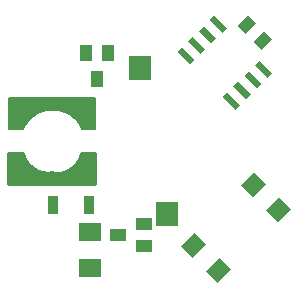
<source format=gtp>
G75*
%MOIN*%
%OFA0B0*%
%FSLAX25Y25*%
%IPPOS*%
%LPD*%
%AMOC8*
5,1,8,0,0,1.08239X$1,22.5*
%
%ADD10R,0.05000X0.05000*%
%ADD11C,0.01200*%
%ADD12C,0.00160*%
%ADD13C,0.00500*%
%ADD14R,0.07480X0.07874*%
%ADD15R,0.03937X0.05512*%
%ADD16R,0.06299X0.05512*%
%ADD17R,0.05512X0.03937*%
%ADD18R,0.03543X0.06299*%
%ADD19R,0.03543X0.05118*%
%ADD20R,0.02165X0.05906*%
%ADD21R,0.07480X0.06299*%
D10*
X0086061Y0071189D03*
X0086061Y0094811D03*
D11*
X0084093Y0078866D02*
X0088620Y0078866D01*
X0088620Y0068630D01*
X0059880Y0068630D01*
X0059880Y0078866D01*
X0064407Y0078866D01*
X0064770Y0077609D01*
X0065324Y0076424D01*
X0066058Y0075340D01*
X0066951Y0074384D01*
X0067983Y0073580D01*
X0069129Y0072947D01*
X0070359Y0072501D01*
X0071644Y0072253D01*
X0072951Y0072209D01*
X0074250Y0072370D01*
X0075556Y0072162D01*
X0076879Y0072170D01*
X0078182Y0072396D01*
X0079431Y0072832D01*
X0080591Y0073467D01*
X0081631Y0074284D01*
X0082523Y0075261D01*
X0083243Y0076371D01*
X0083771Y0077583D01*
X0084093Y0078866D01*
X0083934Y0078234D02*
X0088620Y0078234D01*
X0088620Y0077036D02*
X0083532Y0077036D01*
X0082897Y0075837D02*
X0088620Y0075837D01*
X0088620Y0074639D02*
X0081955Y0074639D01*
X0080541Y0073440D02*
X0088620Y0073440D01*
X0088620Y0072242D02*
X0077292Y0072242D01*
X0075053Y0072242D02*
X0073218Y0072242D01*
X0071968Y0072242D02*
X0059880Y0072242D01*
X0059880Y0073440D02*
X0068235Y0073440D01*
X0066713Y0074639D02*
X0059880Y0074639D01*
X0059880Y0075837D02*
X0065721Y0075837D01*
X0065038Y0077036D02*
X0059880Y0077036D01*
X0059880Y0078234D02*
X0064589Y0078234D01*
X0059880Y0071043D02*
X0088620Y0071043D01*
X0088620Y0069845D02*
X0059880Y0069845D01*
X0059880Y0068646D02*
X0088620Y0068646D01*
D12*
X0085354Y0087643D02*
X0084027Y0087085D01*
X0083922Y0087323D01*
X0083810Y0087558D01*
X0083694Y0087790D01*
X0083571Y0088019D01*
X0083443Y0088245D01*
X0083309Y0088468D01*
X0083170Y0088688D01*
X0083026Y0088904D01*
X0082876Y0089117D01*
X0082722Y0089326D01*
X0082562Y0089531D01*
X0082397Y0089732D01*
X0082228Y0089929D01*
X0082054Y0090122D01*
X0081875Y0090310D01*
X0081691Y0090494D01*
X0081503Y0090674D01*
X0081311Y0090849D01*
X0081114Y0091019D01*
X0080914Y0091184D01*
X0080709Y0091345D01*
X0080501Y0091500D01*
X0080289Y0091650D01*
X0080073Y0091796D01*
X0079854Y0091935D01*
X0079632Y0092070D01*
X0079406Y0092198D01*
X0079177Y0092322D01*
X0078945Y0092440D01*
X0078711Y0092552D01*
X0078474Y0092658D01*
X0078234Y0092758D01*
X0077992Y0092853D01*
X0077747Y0092942D01*
X0077501Y0093024D01*
X0077253Y0093101D01*
X0077002Y0093171D01*
X0076751Y0093236D01*
X0076497Y0093294D01*
X0076243Y0093346D01*
X0075987Y0093392D01*
X0075730Y0093432D01*
X0075472Y0093465D01*
X0075213Y0093492D01*
X0074954Y0093513D01*
X0074695Y0093527D01*
X0074435Y0093535D01*
X0074175Y0093537D01*
X0073915Y0093532D01*
X0073656Y0093521D01*
X0073396Y0093504D01*
X0073137Y0093480D01*
X0072879Y0093450D01*
X0072622Y0093414D01*
X0072365Y0093372D01*
X0072110Y0093323D01*
X0071856Y0093268D01*
X0071603Y0093207D01*
X0071352Y0093140D01*
X0071103Y0093066D01*
X0070855Y0092987D01*
X0070610Y0092901D01*
X0070367Y0092810D01*
X0070125Y0092713D01*
X0069887Y0092610D01*
X0069651Y0092501D01*
X0069418Y0092386D01*
X0069187Y0092266D01*
X0068960Y0092140D01*
X0068736Y0092008D01*
X0068515Y0091872D01*
X0068297Y0091729D01*
X0068083Y0091582D01*
X0067873Y0091429D01*
X0067666Y0091272D01*
X0067463Y0091109D01*
X0067265Y0090941D01*
X0067070Y0090769D01*
X0066880Y0090592D01*
X0066694Y0090410D01*
X0066512Y0090224D01*
X0066336Y0090033D01*
X0066163Y0089839D01*
X0065996Y0089640D01*
X0065834Y0089437D01*
X0065676Y0089230D01*
X0065524Y0089019D01*
X0065377Y0088805D01*
X0065235Y0088587D01*
X0065099Y0088366D01*
X0064967Y0088142D01*
X0064842Y0087914D01*
X0064722Y0087683D01*
X0064608Y0087450D01*
X0064499Y0087214D01*
X0064396Y0086975D01*
X0063063Y0087518D01*
X0063179Y0087790D01*
X0063302Y0088058D01*
X0063432Y0088323D01*
X0063568Y0088585D01*
X0063710Y0088844D01*
X0063859Y0089099D01*
X0064014Y0089351D01*
X0064175Y0089598D01*
X0064342Y0089842D01*
X0064515Y0090081D01*
X0064693Y0090316D01*
X0064878Y0090547D01*
X0065068Y0090773D01*
X0065263Y0090994D01*
X0065464Y0091211D01*
X0065670Y0091422D01*
X0065881Y0091629D01*
X0066097Y0091830D01*
X0066318Y0092026D01*
X0066543Y0092217D01*
X0066773Y0092402D01*
X0067008Y0092581D01*
X0067247Y0092754D01*
X0067490Y0092922D01*
X0067737Y0093084D01*
X0067988Y0093239D01*
X0068243Y0093389D01*
X0068501Y0093532D01*
X0068763Y0093669D01*
X0069028Y0093799D01*
X0069296Y0093923D01*
X0069567Y0094040D01*
X0069841Y0094151D01*
X0070117Y0094255D01*
X0070396Y0094352D01*
X0070677Y0094442D01*
X0070960Y0094525D01*
X0071245Y0094602D01*
X0071532Y0094671D01*
X0071821Y0094734D01*
X0072111Y0094789D01*
X0072402Y0094837D01*
X0072695Y0094879D01*
X0072988Y0094913D01*
X0073282Y0094939D01*
X0073577Y0094959D01*
X0073872Y0094972D01*
X0074167Y0094977D01*
X0074462Y0094975D01*
X0074757Y0094966D01*
X0075052Y0094949D01*
X0075347Y0094926D01*
X0075640Y0094895D01*
X0075933Y0094857D01*
X0076225Y0094812D01*
X0076516Y0094760D01*
X0076805Y0094701D01*
X0077093Y0094635D01*
X0077379Y0094561D01*
X0077663Y0094481D01*
X0077945Y0094394D01*
X0078225Y0094300D01*
X0078502Y0094199D01*
X0078777Y0094092D01*
X0079050Y0093978D01*
X0079319Y0093857D01*
X0079586Y0093729D01*
X0079849Y0093596D01*
X0080109Y0093455D01*
X0080365Y0093309D01*
X0080618Y0093156D01*
X0080867Y0092997D01*
X0081112Y0092832D01*
X0081352Y0092662D01*
X0081589Y0092485D01*
X0081821Y0092303D01*
X0082049Y0092115D01*
X0082272Y0091921D01*
X0082490Y0091722D01*
X0082704Y0091518D01*
X0082912Y0091309D01*
X0083115Y0091095D01*
X0083313Y0090875D01*
X0083505Y0090651D01*
X0083692Y0090423D01*
X0083874Y0090190D01*
X0084049Y0089952D01*
X0084219Y0089711D01*
X0084383Y0089465D01*
X0084540Y0089215D01*
X0084692Y0088962D01*
X0084837Y0088705D01*
X0084976Y0088444D01*
X0085109Y0088181D01*
X0085235Y0087914D01*
X0085355Y0087644D01*
X0085215Y0087585D01*
X0085097Y0087852D01*
X0084973Y0088115D01*
X0084842Y0088376D01*
X0084704Y0088633D01*
X0084561Y0088887D01*
X0084411Y0089137D01*
X0084256Y0089384D01*
X0084094Y0089626D01*
X0083926Y0089865D01*
X0083753Y0090099D01*
X0083574Y0090329D01*
X0083389Y0090555D01*
X0083199Y0090776D01*
X0083004Y0090993D01*
X0082803Y0091204D01*
X0082598Y0091411D01*
X0082387Y0091612D01*
X0082171Y0091809D01*
X0081951Y0092000D01*
X0081726Y0092185D01*
X0081497Y0092365D01*
X0081263Y0092540D01*
X0081025Y0092708D01*
X0080783Y0092871D01*
X0080538Y0093028D01*
X0080288Y0093179D01*
X0080035Y0093324D01*
X0079778Y0093462D01*
X0079518Y0093594D01*
X0079255Y0093720D01*
X0078989Y0093839D01*
X0078720Y0093952D01*
X0078449Y0094058D01*
X0078175Y0094158D01*
X0077898Y0094250D01*
X0077620Y0094336D01*
X0077339Y0094416D01*
X0077057Y0094488D01*
X0076773Y0094553D01*
X0076487Y0094612D01*
X0076200Y0094663D01*
X0075912Y0094708D01*
X0075623Y0094745D01*
X0075333Y0094775D01*
X0075042Y0094799D01*
X0074751Y0094815D01*
X0074459Y0094824D01*
X0074168Y0094826D01*
X0073876Y0094821D01*
X0073585Y0094808D01*
X0073294Y0094789D01*
X0073004Y0094762D01*
X0072714Y0094729D01*
X0072425Y0094688D01*
X0072138Y0094640D01*
X0071851Y0094586D01*
X0071566Y0094524D01*
X0071283Y0094456D01*
X0071001Y0094380D01*
X0070722Y0094298D01*
X0070444Y0094209D01*
X0070169Y0094113D01*
X0069896Y0094010D01*
X0069625Y0093901D01*
X0069358Y0093785D01*
X0069093Y0093663D01*
X0068832Y0093534D01*
X0068573Y0093399D01*
X0068318Y0093258D01*
X0068067Y0093110D01*
X0067819Y0092957D01*
X0067575Y0092797D01*
X0067335Y0092632D01*
X0067099Y0092460D01*
X0066867Y0092283D01*
X0066640Y0092101D01*
X0066417Y0091912D01*
X0066199Y0091719D01*
X0065986Y0091520D01*
X0065777Y0091316D01*
X0065574Y0091107D01*
X0065376Y0090894D01*
X0065183Y0090675D01*
X0064995Y0090452D01*
X0064813Y0090224D01*
X0064637Y0089992D01*
X0064466Y0089755D01*
X0064301Y0089515D01*
X0064142Y0089271D01*
X0063989Y0089022D01*
X0063842Y0088770D01*
X0063702Y0088515D01*
X0063567Y0088256D01*
X0063439Y0087994D01*
X0063318Y0087729D01*
X0063202Y0087461D01*
X0063342Y0087404D01*
X0063456Y0087669D01*
X0063576Y0087931D01*
X0063702Y0088189D01*
X0063835Y0088445D01*
X0063974Y0088697D01*
X0064119Y0088945D01*
X0064270Y0089190D01*
X0064427Y0089432D01*
X0064590Y0089669D01*
X0064758Y0089903D01*
X0064933Y0090132D01*
X0065112Y0090357D01*
X0065298Y0090577D01*
X0065488Y0090793D01*
X0065684Y0091004D01*
X0065885Y0091210D01*
X0066090Y0091411D01*
X0066301Y0091608D01*
X0066516Y0091799D01*
X0066736Y0091984D01*
X0066961Y0092165D01*
X0067189Y0092339D01*
X0067422Y0092509D01*
X0067659Y0092672D01*
X0067900Y0092830D01*
X0068145Y0092981D01*
X0068393Y0093127D01*
X0068645Y0093266D01*
X0068900Y0093400D01*
X0069158Y0093527D01*
X0069420Y0093647D01*
X0069684Y0093762D01*
X0069951Y0093869D01*
X0070220Y0093971D01*
X0070492Y0094065D01*
X0070766Y0094153D01*
X0071042Y0094235D01*
X0071321Y0094309D01*
X0071600Y0094377D01*
X0071882Y0094438D01*
X0072164Y0094492D01*
X0072448Y0094539D01*
X0072733Y0094579D01*
X0073019Y0094612D01*
X0073306Y0094638D01*
X0073593Y0094658D01*
X0073881Y0094670D01*
X0074169Y0094675D01*
X0074457Y0094673D01*
X0074744Y0094664D01*
X0075032Y0094648D01*
X0075319Y0094625D01*
X0075605Y0094595D01*
X0075890Y0094558D01*
X0076175Y0094514D01*
X0076458Y0094464D01*
X0076740Y0094406D01*
X0077021Y0094341D01*
X0077300Y0094270D01*
X0077577Y0094192D01*
X0077852Y0094107D01*
X0078125Y0094015D01*
X0078395Y0093917D01*
X0078663Y0093812D01*
X0078929Y0093701D01*
X0079192Y0093583D01*
X0079451Y0093459D01*
X0079708Y0093328D01*
X0079961Y0093192D01*
X0080211Y0093049D01*
X0080458Y0092900D01*
X0080700Y0092745D01*
X0080939Y0092585D01*
X0081174Y0092418D01*
X0081405Y0092246D01*
X0081631Y0092068D01*
X0081853Y0091885D01*
X0082071Y0091696D01*
X0082283Y0091502D01*
X0082491Y0091303D01*
X0082694Y0091099D01*
X0082893Y0090891D01*
X0083085Y0090677D01*
X0083273Y0090459D01*
X0083455Y0090236D01*
X0083632Y0090009D01*
X0083803Y0089777D01*
X0083969Y0089542D01*
X0084128Y0089302D01*
X0084282Y0089059D01*
X0084430Y0088812D01*
X0084572Y0088561D01*
X0084707Y0088307D01*
X0084837Y0088050D01*
X0084960Y0087790D01*
X0085076Y0087527D01*
X0084937Y0087468D01*
X0084822Y0087728D01*
X0084700Y0087985D01*
X0084573Y0088239D01*
X0084439Y0088489D01*
X0084299Y0088737D01*
X0084153Y0088980D01*
X0084001Y0089221D01*
X0083844Y0089457D01*
X0083680Y0089690D01*
X0083511Y0089918D01*
X0083337Y0090142D01*
X0083157Y0090362D01*
X0082972Y0090578D01*
X0082781Y0090789D01*
X0082586Y0090995D01*
X0082385Y0091196D01*
X0082180Y0091392D01*
X0081970Y0091584D01*
X0081755Y0091770D01*
X0081536Y0091951D01*
X0081312Y0092126D01*
X0081085Y0092296D01*
X0080853Y0092461D01*
X0080617Y0092619D01*
X0080377Y0092772D01*
X0080134Y0092919D01*
X0079888Y0093060D01*
X0079637Y0093195D01*
X0079384Y0093324D01*
X0079128Y0093446D01*
X0078868Y0093562D01*
X0078606Y0093672D01*
X0078342Y0093776D01*
X0078075Y0093873D01*
X0077805Y0093963D01*
X0077534Y0094047D01*
X0077260Y0094124D01*
X0076985Y0094195D01*
X0076708Y0094258D01*
X0076430Y0094315D01*
X0076150Y0094365D01*
X0075869Y0094409D01*
X0075587Y0094445D01*
X0075305Y0094475D01*
X0075021Y0094497D01*
X0074738Y0094513D01*
X0074454Y0094522D01*
X0074170Y0094524D01*
X0073885Y0094519D01*
X0073602Y0094507D01*
X0073318Y0094488D01*
X0073035Y0094462D01*
X0072753Y0094429D01*
X0072471Y0094390D01*
X0072191Y0094343D01*
X0071912Y0094290D01*
X0071634Y0094230D01*
X0071358Y0094163D01*
X0071084Y0094089D01*
X0070811Y0094009D01*
X0070540Y0093922D01*
X0070272Y0093829D01*
X0070006Y0093729D01*
X0069743Y0093622D01*
X0069482Y0093510D01*
X0069224Y0093391D01*
X0068969Y0093265D01*
X0068717Y0093134D01*
X0068468Y0092996D01*
X0068223Y0092852D01*
X0067982Y0092702D01*
X0067744Y0092547D01*
X0067510Y0092386D01*
X0067280Y0092219D01*
X0067054Y0092046D01*
X0066833Y0091868D01*
X0066616Y0091685D01*
X0066403Y0091496D01*
X0066195Y0091303D01*
X0065992Y0091104D01*
X0065794Y0090900D01*
X0065600Y0090692D01*
X0065412Y0090479D01*
X0065230Y0090261D01*
X0065052Y0090040D01*
X0064880Y0089813D01*
X0064714Y0089583D01*
X0064553Y0089349D01*
X0064398Y0089110D01*
X0064249Y0088869D01*
X0064106Y0088623D01*
X0063969Y0088374D01*
X0063838Y0088122D01*
X0063713Y0087867D01*
X0063594Y0087609D01*
X0063482Y0087347D01*
X0063622Y0087290D01*
X0063733Y0087548D01*
X0063850Y0087803D01*
X0063973Y0088055D01*
X0064102Y0088304D01*
X0064238Y0088549D01*
X0064379Y0088792D01*
X0064526Y0089030D01*
X0064679Y0089265D01*
X0064838Y0089497D01*
X0065002Y0089724D01*
X0065172Y0089947D01*
X0065347Y0090166D01*
X0065527Y0090381D01*
X0065713Y0090591D01*
X0065904Y0090797D01*
X0066099Y0090998D01*
X0066300Y0091194D01*
X0066505Y0091385D01*
X0066715Y0091571D01*
X0066929Y0091752D01*
X0067148Y0091928D01*
X0067371Y0092098D01*
X0067598Y0092263D01*
X0067829Y0092422D01*
X0068063Y0092575D01*
X0068302Y0092723D01*
X0068544Y0092865D01*
X0068789Y0093001D01*
X0069038Y0093131D01*
X0069289Y0093254D01*
X0069544Y0093372D01*
X0069801Y0093483D01*
X0070061Y0093588D01*
X0070324Y0093687D01*
X0070589Y0093779D01*
X0070856Y0093865D01*
X0071125Y0093944D01*
X0071396Y0094017D01*
X0071668Y0094083D01*
X0071942Y0094142D01*
X0072218Y0094195D01*
X0072494Y0094240D01*
X0072772Y0094280D01*
X0073051Y0094312D01*
X0073330Y0094337D01*
X0073610Y0094356D01*
X0073890Y0094368D01*
X0074170Y0094373D01*
X0074451Y0094371D01*
X0074731Y0094362D01*
X0075011Y0094347D01*
X0075291Y0094324D01*
X0075570Y0094295D01*
X0075848Y0094259D01*
X0076125Y0094217D01*
X0076401Y0094167D01*
X0076676Y0094111D01*
X0076949Y0094048D01*
X0077221Y0093978D01*
X0077491Y0093902D01*
X0077759Y0093819D01*
X0078025Y0093730D01*
X0078288Y0093635D01*
X0078549Y0093532D01*
X0078808Y0093424D01*
X0079064Y0093309D01*
X0079317Y0093188D01*
X0079567Y0093061D01*
X0079814Y0092928D01*
X0080057Y0092789D01*
X0080297Y0092644D01*
X0080534Y0092493D01*
X0080767Y0092337D01*
X0080995Y0092174D01*
X0081220Y0092007D01*
X0081441Y0091834D01*
X0081657Y0091655D01*
X0081869Y0091471D01*
X0082076Y0091283D01*
X0082279Y0091089D01*
X0082477Y0090890D01*
X0082670Y0090687D01*
X0082858Y0090478D01*
X0083041Y0090266D01*
X0083218Y0090049D01*
X0083391Y0089827D01*
X0083557Y0089602D01*
X0083719Y0089372D01*
X0083874Y0089139D01*
X0084024Y0088902D01*
X0084168Y0088661D01*
X0084306Y0088417D01*
X0084438Y0088170D01*
X0084564Y0087919D01*
X0084684Y0087666D01*
X0084798Y0087409D01*
X0084659Y0087351D01*
X0084546Y0087604D01*
X0084428Y0087854D01*
X0084304Y0088101D01*
X0084173Y0088345D01*
X0084037Y0088586D01*
X0083895Y0088824D01*
X0083747Y0089058D01*
X0083593Y0089288D01*
X0083434Y0089514D01*
X0083270Y0089737D01*
X0083100Y0089955D01*
X0082924Y0090169D01*
X0082744Y0090379D01*
X0082559Y0090585D01*
X0082368Y0090785D01*
X0082173Y0090981D01*
X0081973Y0091173D01*
X0081768Y0091359D01*
X0081559Y0091540D01*
X0081346Y0091716D01*
X0081128Y0091887D01*
X0080906Y0092053D01*
X0080680Y0092213D01*
X0080451Y0092367D01*
X0080217Y0092516D01*
X0079980Y0092659D01*
X0079740Y0092796D01*
X0079497Y0092928D01*
X0079250Y0093053D01*
X0079000Y0093172D01*
X0078748Y0093286D01*
X0078492Y0093393D01*
X0078235Y0093493D01*
X0077975Y0093588D01*
X0077712Y0093676D01*
X0077448Y0093757D01*
X0077181Y0093833D01*
X0076913Y0093901D01*
X0076644Y0093963D01*
X0076372Y0094019D01*
X0076100Y0094068D01*
X0075827Y0094110D01*
X0075552Y0094145D01*
X0075277Y0094174D01*
X0075001Y0094196D01*
X0074725Y0094211D01*
X0074448Y0094220D01*
X0074171Y0094222D01*
X0073895Y0094217D01*
X0073618Y0094205D01*
X0073342Y0094187D01*
X0073066Y0094162D01*
X0072791Y0094130D01*
X0072517Y0094091D01*
X0072244Y0094046D01*
X0071973Y0093994D01*
X0071702Y0093936D01*
X0071433Y0093870D01*
X0071166Y0093799D01*
X0070900Y0093721D01*
X0070637Y0093636D01*
X0070375Y0093545D01*
X0070116Y0093448D01*
X0069860Y0093344D01*
X0069606Y0093234D01*
X0069355Y0093118D01*
X0069106Y0092996D01*
X0068861Y0092868D01*
X0068619Y0092734D01*
X0068380Y0092594D01*
X0068145Y0092448D01*
X0067913Y0092297D01*
X0067685Y0092140D01*
X0067461Y0091977D01*
X0067241Y0091809D01*
X0067026Y0091636D01*
X0066814Y0091457D01*
X0066607Y0091274D01*
X0066405Y0091085D01*
X0066207Y0090892D01*
X0066014Y0090693D01*
X0065825Y0090491D01*
X0065642Y0090283D01*
X0065464Y0090071D01*
X0065291Y0089855D01*
X0065124Y0089635D01*
X0064962Y0089410D01*
X0064805Y0089182D01*
X0064654Y0088950D01*
X0064509Y0088715D01*
X0064369Y0088476D01*
X0064236Y0088233D01*
X0064108Y0087988D01*
X0063987Y0087739D01*
X0063871Y0087488D01*
X0063762Y0087234D01*
X0063902Y0087177D01*
X0064010Y0087427D01*
X0064124Y0087675D01*
X0064244Y0087921D01*
X0064369Y0088163D01*
X0064501Y0088402D01*
X0064639Y0088638D01*
X0064782Y0088870D01*
X0064931Y0089099D01*
X0065086Y0089324D01*
X0065246Y0089546D01*
X0065411Y0089763D01*
X0065581Y0089976D01*
X0065757Y0090185D01*
X0065938Y0090390D01*
X0066124Y0090590D01*
X0066314Y0090786D01*
X0066509Y0090976D01*
X0066709Y0091162D01*
X0066913Y0091344D01*
X0067122Y0091520D01*
X0067335Y0091691D01*
X0067552Y0091856D01*
X0067773Y0092017D01*
X0067998Y0092172D01*
X0068226Y0092321D01*
X0068458Y0092465D01*
X0068694Y0092603D01*
X0068933Y0092735D01*
X0069175Y0092862D01*
X0069420Y0092982D01*
X0069668Y0093097D01*
X0069918Y0093205D01*
X0070172Y0093307D01*
X0070427Y0093403D01*
X0070685Y0093493D01*
X0070945Y0093576D01*
X0071207Y0093654D01*
X0071471Y0093724D01*
X0071736Y0093788D01*
X0072003Y0093846D01*
X0072271Y0093897D01*
X0072540Y0093942D01*
X0072811Y0093980D01*
X0073082Y0094011D01*
X0073354Y0094036D01*
X0073626Y0094054D01*
X0073899Y0094066D01*
X0074172Y0094071D01*
X0074445Y0094069D01*
X0074718Y0094061D01*
X0074991Y0094045D01*
X0075263Y0094024D01*
X0075534Y0093995D01*
X0075805Y0093960D01*
X0076075Y0093919D01*
X0076344Y0093871D01*
X0076611Y0093816D01*
X0076877Y0093755D01*
X0077142Y0093687D01*
X0077405Y0093613D01*
X0077666Y0093532D01*
X0077924Y0093445D01*
X0078181Y0093352D01*
X0078435Y0093253D01*
X0078687Y0093147D01*
X0078936Y0093036D01*
X0079183Y0092918D01*
X0079426Y0092794D01*
X0079666Y0092665D01*
X0079904Y0092529D01*
X0080137Y0092388D01*
X0080367Y0092241D01*
X0080594Y0092089D01*
X0080817Y0091931D01*
X0081036Y0091768D01*
X0081250Y0091599D01*
X0081461Y0091425D01*
X0081667Y0091247D01*
X0081869Y0091063D01*
X0082067Y0090874D01*
X0082259Y0090681D01*
X0082447Y0090482D01*
X0082630Y0090280D01*
X0082808Y0090073D01*
X0082981Y0089862D01*
X0083149Y0089646D01*
X0083311Y0089427D01*
X0083468Y0089203D01*
X0083620Y0088976D01*
X0083766Y0088745D01*
X0083906Y0088511D01*
X0084041Y0088273D01*
X0084169Y0088033D01*
X0084292Y0087789D01*
X0084409Y0087542D01*
X0084519Y0087292D01*
X0084380Y0087234D01*
X0084271Y0087480D01*
X0084156Y0087723D01*
X0084035Y0087964D01*
X0083908Y0088202D01*
X0083775Y0088436D01*
X0083637Y0088667D01*
X0083493Y0088895D01*
X0083343Y0089119D01*
X0083188Y0089339D01*
X0083028Y0089556D01*
X0082863Y0089768D01*
X0082692Y0089976D01*
X0082516Y0090181D01*
X0082336Y0090380D01*
X0082151Y0090576D01*
X0081960Y0090767D01*
X0081766Y0090953D01*
X0081567Y0091134D01*
X0081363Y0091310D01*
X0081155Y0091482D01*
X0080943Y0091648D01*
X0080727Y0091809D01*
X0080508Y0091965D01*
X0080284Y0092115D01*
X0080057Y0092260D01*
X0079827Y0092399D01*
X0079593Y0092533D01*
X0079356Y0092661D01*
X0079116Y0092783D01*
X0078873Y0092899D01*
X0078627Y0093009D01*
X0078378Y0093113D01*
X0078128Y0093211D01*
X0077874Y0093303D01*
X0077619Y0093389D01*
X0077362Y0093468D01*
X0077102Y0093541D01*
X0076842Y0093608D01*
X0076579Y0093668D01*
X0076315Y0093722D01*
X0076050Y0093770D01*
X0075784Y0093811D01*
X0075517Y0093845D01*
X0075249Y0093873D01*
X0074980Y0093895D01*
X0074712Y0093910D01*
X0074442Y0093918D01*
X0074173Y0093920D01*
X0073904Y0093915D01*
X0073635Y0093904D01*
X0073366Y0093886D01*
X0073098Y0093861D01*
X0072830Y0093830D01*
X0072563Y0093793D01*
X0072298Y0093749D01*
X0072033Y0093698D01*
X0071770Y0093641D01*
X0071508Y0093578D01*
X0071248Y0093508D01*
X0070990Y0093432D01*
X0070733Y0093350D01*
X0070479Y0093261D01*
X0070227Y0093167D01*
X0069977Y0093066D01*
X0069730Y0092959D01*
X0069485Y0092846D01*
X0069243Y0092727D01*
X0069005Y0092602D01*
X0068769Y0092472D01*
X0068537Y0092336D01*
X0068308Y0092194D01*
X0068082Y0092047D01*
X0067861Y0091894D01*
X0067643Y0091736D01*
X0067429Y0091572D01*
X0067219Y0091404D01*
X0067013Y0091230D01*
X0066811Y0091051D01*
X0066614Y0090868D01*
X0066421Y0090679D01*
X0066234Y0090486D01*
X0066050Y0090289D01*
X0065872Y0090087D01*
X0065699Y0089881D01*
X0065530Y0089671D01*
X0065367Y0089456D01*
X0065210Y0089238D01*
X0065057Y0089016D01*
X0064910Y0088790D01*
X0064769Y0088561D01*
X0064633Y0088328D01*
X0064503Y0088093D01*
X0064379Y0087854D01*
X0064260Y0087612D01*
X0064148Y0087367D01*
X0064041Y0087120D01*
X0064181Y0087063D01*
X0064286Y0087307D01*
X0064397Y0087548D01*
X0064514Y0087786D01*
X0064637Y0088022D01*
X0064765Y0088255D01*
X0064899Y0088484D01*
X0065038Y0088710D01*
X0065183Y0088933D01*
X0065334Y0089152D01*
X0065489Y0089367D01*
X0065650Y0089578D01*
X0065816Y0089786D01*
X0065987Y0089989D01*
X0066163Y0090188D01*
X0066343Y0090383D01*
X0066529Y0090573D01*
X0066719Y0090759D01*
X0066913Y0090940D01*
X0067112Y0091116D01*
X0067315Y0091287D01*
X0067522Y0091454D01*
X0067733Y0091615D01*
X0067948Y0091771D01*
X0068167Y0091922D01*
X0068389Y0092067D01*
X0068615Y0092207D01*
X0068844Y0092341D01*
X0069077Y0092470D01*
X0069312Y0092593D01*
X0069551Y0092710D01*
X0069792Y0092821D01*
X0070035Y0092927D01*
X0070282Y0093026D01*
X0070530Y0093119D01*
X0070781Y0093207D01*
X0071034Y0093288D01*
X0071289Y0093363D01*
X0071546Y0093432D01*
X0071804Y0093494D01*
X0072063Y0093550D01*
X0072324Y0093600D01*
X0072586Y0093643D01*
X0072849Y0093680D01*
X0073113Y0093711D01*
X0073378Y0093735D01*
X0073643Y0093753D01*
X0073908Y0093764D01*
X0074174Y0093769D01*
X0074439Y0093767D01*
X0074705Y0093759D01*
X0074970Y0093744D01*
X0075235Y0093723D01*
X0075499Y0093695D01*
X0075763Y0093661D01*
X0076025Y0093621D01*
X0076287Y0093574D01*
X0076547Y0093521D01*
X0076806Y0093461D01*
X0077063Y0093395D01*
X0077319Y0093323D01*
X0077572Y0093245D01*
X0077824Y0093160D01*
X0078074Y0093070D01*
X0078321Y0092973D01*
X0078566Y0092870D01*
X0078809Y0092762D01*
X0079048Y0092647D01*
X0079285Y0092527D01*
X0079519Y0092401D01*
X0079750Y0092269D01*
X0079977Y0092132D01*
X0080201Y0091989D01*
X0080421Y0091841D01*
X0080638Y0091687D01*
X0080851Y0091529D01*
X0081060Y0091365D01*
X0081265Y0091196D01*
X0081466Y0091022D01*
X0081662Y0090843D01*
X0081854Y0090659D01*
X0082042Y0090471D01*
X0082225Y0090278D01*
X0082403Y0090081D01*
X0082576Y0089880D01*
X0082744Y0089674D01*
X0082907Y0089465D01*
X0083065Y0089251D01*
X0083218Y0089034D01*
X0083366Y0088813D01*
X0083508Y0088589D01*
X0083644Y0088361D01*
X0083775Y0088130D01*
X0083900Y0087895D01*
X0084020Y0087658D01*
X0084133Y0087418D01*
X0084241Y0087175D01*
X0084102Y0087117D01*
X0083996Y0087356D01*
X0083884Y0087593D01*
X0083766Y0087827D01*
X0083642Y0088058D01*
X0083513Y0088286D01*
X0083379Y0088510D01*
X0083238Y0088732D01*
X0083093Y0088950D01*
X0082942Y0089164D01*
X0082787Y0089374D01*
X0082626Y0089581D01*
X0082460Y0089784D01*
X0082289Y0089982D01*
X0082113Y0090176D01*
X0081933Y0090366D01*
X0081748Y0090552D01*
X0081559Y0090733D01*
X0081365Y0090909D01*
X0081167Y0091081D01*
X0080965Y0091247D01*
X0080759Y0091409D01*
X0080549Y0091566D01*
X0080335Y0091717D01*
X0080118Y0091863D01*
X0079897Y0092004D01*
X0079673Y0092139D01*
X0079445Y0092269D01*
X0079215Y0092393D01*
X0078981Y0092512D01*
X0078745Y0092625D01*
X0078506Y0092732D01*
X0078264Y0092833D01*
X0078020Y0092929D01*
X0077774Y0093018D01*
X0077526Y0093101D01*
X0077276Y0093179D01*
X0077024Y0093250D01*
X0076770Y0093315D01*
X0076515Y0093373D01*
X0076258Y0093426D01*
X0076000Y0093472D01*
X0075741Y0093512D01*
X0075481Y0093545D01*
X0075221Y0093573D01*
X0074960Y0093594D01*
X0074698Y0093608D01*
X0074437Y0093616D01*
X0074175Y0093618D01*
X0073913Y0093613D01*
X0073651Y0093602D01*
X0073390Y0093585D01*
X0073129Y0093561D01*
X0072869Y0093531D01*
X0072609Y0093494D01*
X0072351Y0093451D01*
X0072094Y0093402D01*
X0071838Y0093347D01*
X0071583Y0093285D01*
X0071330Y0093218D01*
X0071079Y0093144D01*
X0070829Y0093064D01*
X0070582Y0092978D01*
X0070337Y0092885D01*
X0070094Y0092787D01*
X0069854Y0092683D01*
X0069616Y0092574D01*
X0069381Y0092458D01*
X0069149Y0092337D01*
X0068919Y0092210D01*
X0068694Y0092078D01*
X0068471Y0091940D01*
X0068252Y0091796D01*
X0068036Y0091648D01*
X0067824Y0091494D01*
X0067616Y0091335D01*
X0067411Y0091171D01*
X0067211Y0091002D01*
X0067015Y0090829D01*
X0066824Y0090650D01*
X0066636Y0090467D01*
X0066453Y0090279D01*
X0066275Y0090087D01*
X0066102Y0089891D01*
X0065933Y0089691D01*
X0065770Y0089486D01*
X0065611Y0089278D01*
X0065458Y0089066D01*
X0065309Y0088850D01*
X0065166Y0088630D01*
X0065029Y0088407D01*
X0064897Y0088181D01*
X0064770Y0087952D01*
X0064649Y0087719D01*
X0064534Y0087484D01*
X0064425Y0087246D01*
X0064321Y0087006D01*
X0063146Y0078357D02*
X0064473Y0078915D01*
X0064578Y0078677D01*
X0064690Y0078442D01*
X0064806Y0078210D01*
X0064929Y0077981D01*
X0065057Y0077755D01*
X0065191Y0077532D01*
X0065330Y0077312D01*
X0065474Y0077096D01*
X0065624Y0076883D01*
X0065778Y0076674D01*
X0065938Y0076469D01*
X0066103Y0076268D01*
X0066272Y0076071D01*
X0066446Y0075878D01*
X0066625Y0075690D01*
X0066809Y0075506D01*
X0066997Y0075326D01*
X0067189Y0075151D01*
X0067386Y0074981D01*
X0067586Y0074816D01*
X0067791Y0074655D01*
X0067999Y0074500D01*
X0068211Y0074350D01*
X0068427Y0074204D01*
X0068646Y0074065D01*
X0068868Y0073930D01*
X0069094Y0073802D01*
X0069323Y0073678D01*
X0069555Y0073560D01*
X0069789Y0073448D01*
X0070026Y0073342D01*
X0070266Y0073242D01*
X0070508Y0073147D01*
X0070753Y0073058D01*
X0070999Y0072976D01*
X0071247Y0072899D01*
X0071498Y0072829D01*
X0071749Y0072764D01*
X0072003Y0072706D01*
X0072257Y0072654D01*
X0072513Y0072608D01*
X0072770Y0072568D01*
X0073028Y0072535D01*
X0073287Y0072508D01*
X0073546Y0072487D01*
X0073805Y0072473D01*
X0074065Y0072465D01*
X0074325Y0072463D01*
X0074585Y0072468D01*
X0074844Y0072479D01*
X0075104Y0072496D01*
X0075363Y0072520D01*
X0075621Y0072550D01*
X0075878Y0072586D01*
X0076135Y0072628D01*
X0076390Y0072677D01*
X0076644Y0072732D01*
X0076897Y0072793D01*
X0077148Y0072860D01*
X0077397Y0072934D01*
X0077645Y0073013D01*
X0077890Y0073099D01*
X0078133Y0073190D01*
X0078375Y0073287D01*
X0078613Y0073390D01*
X0078849Y0073499D01*
X0079082Y0073614D01*
X0079313Y0073734D01*
X0079540Y0073860D01*
X0079764Y0073992D01*
X0079985Y0074128D01*
X0080203Y0074271D01*
X0080417Y0074418D01*
X0080627Y0074571D01*
X0080834Y0074728D01*
X0081037Y0074891D01*
X0081235Y0075059D01*
X0081430Y0075231D01*
X0081620Y0075408D01*
X0081806Y0075590D01*
X0081988Y0075776D01*
X0082164Y0075967D01*
X0082337Y0076161D01*
X0082504Y0076360D01*
X0082666Y0076563D01*
X0082824Y0076770D01*
X0082976Y0076981D01*
X0083123Y0077195D01*
X0083265Y0077413D01*
X0083401Y0077634D01*
X0083533Y0077858D01*
X0083658Y0078086D01*
X0083778Y0078317D01*
X0083892Y0078550D01*
X0084001Y0078786D01*
X0084104Y0079025D01*
X0085437Y0078482D01*
X0085321Y0078210D01*
X0085198Y0077942D01*
X0085068Y0077677D01*
X0084932Y0077415D01*
X0084790Y0077156D01*
X0084641Y0076901D01*
X0084486Y0076649D01*
X0084325Y0076402D01*
X0084158Y0076158D01*
X0083985Y0075919D01*
X0083807Y0075684D01*
X0083622Y0075453D01*
X0083432Y0075227D01*
X0083237Y0075006D01*
X0083036Y0074789D01*
X0082830Y0074578D01*
X0082619Y0074371D01*
X0082403Y0074170D01*
X0082182Y0073974D01*
X0081957Y0073783D01*
X0081727Y0073598D01*
X0081492Y0073419D01*
X0081253Y0073246D01*
X0081010Y0073078D01*
X0080763Y0072916D01*
X0080512Y0072761D01*
X0080257Y0072611D01*
X0079999Y0072468D01*
X0079737Y0072331D01*
X0079472Y0072201D01*
X0079204Y0072077D01*
X0078933Y0071960D01*
X0078659Y0071849D01*
X0078383Y0071745D01*
X0078104Y0071648D01*
X0077823Y0071558D01*
X0077540Y0071475D01*
X0077255Y0071398D01*
X0076968Y0071329D01*
X0076679Y0071266D01*
X0076389Y0071211D01*
X0076098Y0071163D01*
X0075805Y0071121D01*
X0075512Y0071087D01*
X0075218Y0071061D01*
X0074923Y0071041D01*
X0074628Y0071028D01*
X0074333Y0071023D01*
X0074038Y0071025D01*
X0073743Y0071034D01*
X0073448Y0071051D01*
X0073153Y0071074D01*
X0072860Y0071105D01*
X0072567Y0071143D01*
X0072275Y0071188D01*
X0071984Y0071240D01*
X0071695Y0071299D01*
X0071407Y0071365D01*
X0071121Y0071439D01*
X0070837Y0071519D01*
X0070555Y0071606D01*
X0070275Y0071700D01*
X0069998Y0071801D01*
X0069723Y0071908D01*
X0069450Y0072022D01*
X0069181Y0072143D01*
X0068914Y0072271D01*
X0068651Y0072404D01*
X0068391Y0072545D01*
X0068135Y0072691D01*
X0067882Y0072844D01*
X0067633Y0073003D01*
X0067388Y0073168D01*
X0067148Y0073338D01*
X0066911Y0073515D01*
X0066679Y0073697D01*
X0066451Y0073885D01*
X0066228Y0074079D01*
X0066010Y0074278D01*
X0065796Y0074482D01*
X0065588Y0074691D01*
X0065385Y0074905D01*
X0065187Y0075125D01*
X0064995Y0075349D01*
X0064808Y0075577D01*
X0064626Y0075810D01*
X0064451Y0076048D01*
X0064281Y0076289D01*
X0064117Y0076535D01*
X0063960Y0076785D01*
X0063808Y0077038D01*
X0063663Y0077295D01*
X0063524Y0077556D01*
X0063391Y0077819D01*
X0063265Y0078086D01*
X0063145Y0078356D01*
X0063285Y0078415D01*
X0063403Y0078148D01*
X0063527Y0077885D01*
X0063658Y0077624D01*
X0063796Y0077367D01*
X0063939Y0077113D01*
X0064089Y0076863D01*
X0064244Y0076616D01*
X0064406Y0076374D01*
X0064574Y0076135D01*
X0064747Y0075901D01*
X0064926Y0075671D01*
X0065111Y0075445D01*
X0065301Y0075224D01*
X0065496Y0075007D01*
X0065697Y0074796D01*
X0065902Y0074589D01*
X0066113Y0074388D01*
X0066329Y0074191D01*
X0066549Y0074000D01*
X0066774Y0073815D01*
X0067003Y0073635D01*
X0067237Y0073460D01*
X0067475Y0073292D01*
X0067717Y0073129D01*
X0067962Y0072972D01*
X0068212Y0072821D01*
X0068465Y0072676D01*
X0068722Y0072538D01*
X0068982Y0072406D01*
X0069245Y0072280D01*
X0069511Y0072161D01*
X0069780Y0072048D01*
X0070051Y0071942D01*
X0070325Y0071842D01*
X0070602Y0071750D01*
X0070880Y0071664D01*
X0071161Y0071584D01*
X0071443Y0071512D01*
X0071727Y0071447D01*
X0072013Y0071388D01*
X0072300Y0071337D01*
X0072588Y0071292D01*
X0072877Y0071255D01*
X0073167Y0071225D01*
X0073458Y0071201D01*
X0073749Y0071185D01*
X0074041Y0071176D01*
X0074332Y0071174D01*
X0074624Y0071179D01*
X0074915Y0071192D01*
X0075206Y0071211D01*
X0075496Y0071238D01*
X0075786Y0071271D01*
X0076075Y0071312D01*
X0076362Y0071360D01*
X0076649Y0071414D01*
X0076934Y0071476D01*
X0077217Y0071544D01*
X0077499Y0071620D01*
X0077778Y0071702D01*
X0078056Y0071791D01*
X0078331Y0071887D01*
X0078604Y0071990D01*
X0078875Y0072099D01*
X0079142Y0072215D01*
X0079407Y0072337D01*
X0079668Y0072466D01*
X0079927Y0072601D01*
X0080182Y0072742D01*
X0080433Y0072890D01*
X0080681Y0073043D01*
X0080925Y0073203D01*
X0081165Y0073368D01*
X0081401Y0073540D01*
X0081633Y0073717D01*
X0081860Y0073899D01*
X0082083Y0074088D01*
X0082301Y0074281D01*
X0082514Y0074480D01*
X0082723Y0074684D01*
X0082926Y0074893D01*
X0083124Y0075106D01*
X0083317Y0075325D01*
X0083505Y0075548D01*
X0083687Y0075776D01*
X0083863Y0076008D01*
X0084034Y0076245D01*
X0084199Y0076485D01*
X0084358Y0076729D01*
X0084511Y0076978D01*
X0084658Y0077230D01*
X0084798Y0077485D01*
X0084933Y0077744D01*
X0085061Y0078006D01*
X0085182Y0078271D01*
X0085298Y0078539D01*
X0085158Y0078596D01*
X0085044Y0078331D01*
X0084924Y0078069D01*
X0084798Y0077811D01*
X0084665Y0077555D01*
X0084526Y0077303D01*
X0084381Y0077055D01*
X0084230Y0076810D01*
X0084073Y0076568D01*
X0083910Y0076331D01*
X0083742Y0076097D01*
X0083567Y0075868D01*
X0083388Y0075643D01*
X0083202Y0075423D01*
X0083012Y0075207D01*
X0082816Y0074996D01*
X0082615Y0074790D01*
X0082410Y0074589D01*
X0082199Y0074392D01*
X0081984Y0074201D01*
X0081764Y0074016D01*
X0081539Y0073835D01*
X0081311Y0073661D01*
X0081078Y0073491D01*
X0080841Y0073328D01*
X0080600Y0073170D01*
X0080355Y0073019D01*
X0080107Y0072873D01*
X0079855Y0072734D01*
X0079600Y0072600D01*
X0079342Y0072473D01*
X0079080Y0072353D01*
X0078816Y0072238D01*
X0078549Y0072131D01*
X0078280Y0072029D01*
X0078008Y0071935D01*
X0077734Y0071847D01*
X0077458Y0071765D01*
X0077179Y0071691D01*
X0076900Y0071623D01*
X0076618Y0071562D01*
X0076336Y0071508D01*
X0076052Y0071461D01*
X0075767Y0071421D01*
X0075481Y0071388D01*
X0075194Y0071362D01*
X0074907Y0071342D01*
X0074619Y0071330D01*
X0074331Y0071325D01*
X0074043Y0071327D01*
X0073756Y0071336D01*
X0073468Y0071352D01*
X0073181Y0071375D01*
X0072895Y0071405D01*
X0072610Y0071442D01*
X0072325Y0071486D01*
X0072042Y0071536D01*
X0071760Y0071594D01*
X0071479Y0071659D01*
X0071200Y0071730D01*
X0070923Y0071808D01*
X0070648Y0071893D01*
X0070375Y0071985D01*
X0070105Y0072083D01*
X0069837Y0072188D01*
X0069571Y0072299D01*
X0069308Y0072417D01*
X0069049Y0072541D01*
X0068792Y0072672D01*
X0068539Y0072808D01*
X0068289Y0072951D01*
X0068042Y0073100D01*
X0067800Y0073255D01*
X0067561Y0073415D01*
X0067326Y0073582D01*
X0067095Y0073754D01*
X0066869Y0073932D01*
X0066647Y0074115D01*
X0066429Y0074304D01*
X0066217Y0074498D01*
X0066009Y0074697D01*
X0065806Y0074901D01*
X0065607Y0075109D01*
X0065415Y0075323D01*
X0065227Y0075541D01*
X0065045Y0075764D01*
X0064868Y0075991D01*
X0064697Y0076223D01*
X0064531Y0076458D01*
X0064372Y0076698D01*
X0064218Y0076941D01*
X0064070Y0077188D01*
X0063928Y0077439D01*
X0063793Y0077693D01*
X0063663Y0077950D01*
X0063540Y0078210D01*
X0063424Y0078473D01*
X0063563Y0078532D01*
X0063678Y0078272D01*
X0063800Y0078015D01*
X0063927Y0077761D01*
X0064061Y0077511D01*
X0064201Y0077263D01*
X0064347Y0077020D01*
X0064499Y0076779D01*
X0064656Y0076543D01*
X0064820Y0076310D01*
X0064989Y0076082D01*
X0065163Y0075858D01*
X0065343Y0075638D01*
X0065528Y0075422D01*
X0065719Y0075211D01*
X0065914Y0075005D01*
X0066115Y0074804D01*
X0066320Y0074608D01*
X0066530Y0074416D01*
X0066745Y0074230D01*
X0066964Y0074049D01*
X0067188Y0073874D01*
X0067415Y0073704D01*
X0067647Y0073539D01*
X0067883Y0073381D01*
X0068123Y0073228D01*
X0068366Y0073081D01*
X0068612Y0072940D01*
X0068863Y0072805D01*
X0069116Y0072676D01*
X0069372Y0072554D01*
X0069632Y0072438D01*
X0069894Y0072328D01*
X0070158Y0072224D01*
X0070425Y0072127D01*
X0070695Y0072037D01*
X0070966Y0071953D01*
X0071240Y0071876D01*
X0071515Y0071805D01*
X0071792Y0071742D01*
X0072070Y0071685D01*
X0072350Y0071635D01*
X0072631Y0071591D01*
X0072913Y0071555D01*
X0073195Y0071525D01*
X0073479Y0071503D01*
X0073762Y0071487D01*
X0074046Y0071478D01*
X0074330Y0071476D01*
X0074615Y0071481D01*
X0074898Y0071493D01*
X0075182Y0071512D01*
X0075465Y0071538D01*
X0075747Y0071571D01*
X0076029Y0071610D01*
X0076309Y0071657D01*
X0076588Y0071710D01*
X0076866Y0071770D01*
X0077142Y0071837D01*
X0077416Y0071911D01*
X0077689Y0071991D01*
X0077960Y0072078D01*
X0078228Y0072171D01*
X0078494Y0072271D01*
X0078757Y0072378D01*
X0079018Y0072490D01*
X0079276Y0072609D01*
X0079531Y0072735D01*
X0079783Y0072866D01*
X0080032Y0073004D01*
X0080277Y0073148D01*
X0080518Y0073298D01*
X0080756Y0073453D01*
X0080990Y0073614D01*
X0081220Y0073781D01*
X0081446Y0073954D01*
X0081667Y0074132D01*
X0081884Y0074315D01*
X0082097Y0074504D01*
X0082305Y0074697D01*
X0082508Y0074896D01*
X0082706Y0075100D01*
X0082900Y0075308D01*
X0083088Y0075521D01*
X0083270Y0075739D01*
X0083448Y0075960D01*
X0083620Y0076187D01*
X0083786Y0076417D01*
X0083947Y0076651D01*
X0084102Y0076890D01*
X0084251Y0077131D01*
X0084394Y0077377D01*
X0084531Y0077626D01*
X0084662Y0077878D01*
X0084787Y0078133D01*
X0084906Y0078391D01*
X0085018Y0078653D01*
X0084878Y0078710D01*
X0084767Y0078452D01*
X0084650Y0078197D01*
X0084527Y0077945D01*
X0084398Y0077696D01*
X0084262Y0077451D01*
X0084121Y0077208D01*
X0083974Y0076970D01*
X0083821Y0076735D01*
X0083662Y0076503D01*
X0083498Y0076276D01*
X0083328Y0076053D01*
X0083153Y0075834D01*
X0082973Y0075619D01*
X0082787Y0075409D01*
X0082596Y0075203D01*
X0082401Y0075002D01*
X0082200Y0074806D01*
X0081995Y0074615D01*
X0081785Y0074429D01*
X0081571Y0074248D01*
X0081352Y0074072D01*
X0081129Y0073902D01*
X0080902Y0073737D01*
X0080671Y0073578D01*
X0080437Y0073425D01*
X0080198Y0073277D01*
X0079956Y0073135D01*
X0079711Y0072999D01*
X0079462Y0072869D01*
X0079211Y0072746D01*
X0078956Y0072628D01*
X0078699Y0072517D01*
X0078439Y0072412D01*
X0078176Y0072313D01*
X0077911Y0072221D01*
X0077644Y0072135D01*
X0077375Y0072056D01*
X0077104Y0071983D01*
X0076832Y0071917D01*
X0076558Y0071858D01*
X0076282Y0071805D01*
X0076006Y0071760D01*
X0075728Y0071720D01*
X0075449Y0071688D01*
X0075170Y0071663D01*
X0074890Y0071644D01*
X0074610Y0071632D01*
X0074330Y0071627D01*
X0074049Y0071629D01*
X0073769Y0071638D01*
X0073489Y0071653D01*
X0073209Y0071676D01*
X0072930Y0071705D01*
X0072652Y0071741D01*
X0072375Y0071783D01*
X0072099Y0071833D01*
X0071824Y0071889D01*
X0071551Y0071952D01*
X0071279Y0072022D01*
X0071009Y0072098D01*
X0070741Y0072181D01*
X0070475Y0072270D01*
X0070212Y0072365D01*
X0069951Y0072468D01*
X0069692Y0072576D01*
X0069436Y0072691D01*
X0069183Y0072812D01*
X0068933Y0072939D01*
X0068686Y0073072D01*
X0068443Y0073211D01*
X0068203Y0073356D01*
X0067966Y0073507D01*
X0067733Y0073663D01*
X0067505Y0073826D01*
X0067280Y0073993D01*
X0067059Y0074166D01*
X0066843Y0074345D01*
X0066631Y0074529D01*
X0066424Y0074717D01*
X0066221Y0074911D01*
X0066023Y0075110D01*
X0065830Y0075313D01*
X0065642Y0075522D01*
X0065459Y0075734D01*
X0065282Y0075951D01*
X0065109Y0076173D01*
X0064943Y0076398D01*
X0064781Y0076628D01*
X0064626Y0076861D01*
X0064476Y0077098D01*
X0064332Y0077339D01*
X0064194Y0077583D01*
X0064062Y0077830D01*
X0063936Y0078081D01*
X0063816Y0078334D01*
X0063702Y0078591D01*
X0063841Y0078649D01*
X0063954Y0078396D01*
X0064072Y0078146D01*
X0064196Y0077899D01*
X0064327Y0077655D01*
X0064463Y0077414D01*
X0064605Y0077176D01*
X0064753Y0076942D01*
X0064907Y0076712D01*
X0065066Y0076486D01*
X0065230Y0076263D01*
X0065400Y0076045D01*
X0065576Y0075831D01*
X0065756Y0075621D01*
X0065941Y0075415D01*
X0066132Y0075215D01*
X0066327Y0075019D01*
X0066527Y0074827D01*
X0066732Y0074641D01*
X0066941Y0074460D01*
X0067154Y0074284D01*
X0067372Y0074113D01*
X0067594Y0073947D01*
X0067820Y0073787D01*
X0068049Y0073633D01*
X0068283Y0073484D01*
X0068520Y0073341D01*
X0068760Y0073204D01*
X0069003Y0073072D01*
X0069250Y0072947D01*
X0069500Y0072828D01*
X0069752Y0072714D01*
X0070008Y0072607D01*
X0070265Y0072507D01*
X0070525Y0072412D01*
X0070788Y0072324D01*
X0071052Y0072243D01*
X0071319Y0072167D01*
X0071587Y0072099D01*
X0071856Y0072037D01*
X0072128Y0071981D01*
X0072400Y0071932D01*
X0072673Y0071890D01*
X0072948Y0071855D01*
X0073223Y0071826D01*
X0073499Y0071804D01*
X0073775Y0071789D01*
X0074052Y0071780D01*
X0074329Y0071778D01*
X0074605Y0071783D01*
X0074882Y0071795D01*
X0075158Y0071813D01*
X0075434Y0071838D01*
X0075709Y0071870D01*
X0075983Y0071909D01*
X0076256Y0071954D01*
X0076527Y0072006D01*
X0076798Y0072064D01*
X0077067Y0072130D01*
X0077334Y0072201D01*
X0077600Y0072279D01*
X0077863Y0072364D01*
X0078125Y0072455D01*
X0078384Y0072552D01*
X0078640Y0072656D01*
X0078894Y0072766D01*
X0079145Y0072882D01*
X0079394Y0073004D01*
X0079639Y0073132D01*
X0079881Y0073266D01*
X0080120Y0073406D01*
X0080355Y0073552D01*
X0080587Y0073703D01*
X0080815Y0073860D01*
X0081039Y0074023D01*
X0081259Y0074191D01*
X0081474Y0074364D01*
X0081686Y0074543D01*
X0081893Y0074726D01*
X0082095Y0074915D01*
X0082293Y0075108D01*
X0082486Y0075307D01*
X0082675Y0075509D01*
X0082858Y0075717D01*
X0083036Y0075929D01*
X0083209Y0076145D01*
X0083376Y0076365D01*
X0083538Y0076590D01*
X0083695Y0076818D01*
X0083846Y0077050D01*
X0083991Y0077285D01*
X0084131Y0077524D01*
X0084264Y0077767D01*
X0084392Y0078012D01*
X0084513Y0078261D01*
X0084629Y0078512D01*
X0084738Y0078766D01*
X0084598Y0078823D01*
X0084490Y0078573D01*
X0084376Y0078325D01*
X0084256Y0078079D01*
X0084131Y0077837D01*
X0083999Y0077598D01*
X0083861Y0077362D01*
X0083718Y0077130D01*
X0083569Y0076901D01*
X0083414Y0076676D01*
X0083254Y0076454D01*
X0083089Y0076237D01*
X0082919Y0076024D01*
X0082743Y0075815D01*
X0082562Y0075610D01*
X0082376Y0075410D01*
X0082186Y0075214D01*
X0081991Y0075024D01*
X0081791Y0074838D01*
X0081587Y0074656D01*
X0081378Y0074480D01*
X0081165Y0074309D01*
X0080948Y0074144D01*
X0080727Y0073983D01*
X0080502Y0073828D01*
X0080274Y0073679D01*
X0080042Y0073535D01*
X0079806Y0073397D01*
X0079567Y0073265D01*
X0079325Y0073138D01*
X0079080Y0073018D01*
X0078832Y0072903D01*
X0078582Y0072795D01*
X0078328Y0072693D01*
X0078073Y0072597D01*
X0077815Y0072507D01*
X0077555Y0072424D01*
X0077293Y0072346D01*
X0077029Y0072276D01*
X0076764Y0072212D01*
X0076497Y0072154D01*
X0076229Y0072103D01*
X0075960Y0072058D01*
X0075689Y0072020D01*
X0075418Y0071989D01*
X0075146Y0071964D01*
X0074874Y0071946D01*
X0074601Y0071934D01*
X0074328Y0071929D01*
X0074055Y0071931D01*
X0073782Y0071939D01*
X0073509Y0071955D01*
X0073237Y0071976D01*
X0072966Y0072005D01*
X0072695Y0072040D01*
X0072425Y0072081D01*
X0072156Y0072129D01*
X0071889Y0072184D01*
X0071623Y0072245D01*
X0071358Y0072313D01*
X0071095Y0072387D01*
X0070834Y0072468D01*
X0070576Y0072555D01*
X0070319Y0072648D01*
X0070065Y0072747D01*
X0069813Y0072853D01*
X0069564Y0072964D01*
X0069317Y0073082D01*
X0069074Y0073206D01*
X0068834Y0073335D01*
X0068596Y0073471D01*
X0068363Y0073612D01*
X0068133Y0073759D01*
X0067906Y0073911D01*
X0067683Y0074069D01*
X0067464Y0074232D01*
X0067250Y0074401D01*
X0067039Y0074575D01*
X0066833Y0074753D01*
X0066631Y0074937D01*
X0066433Y0075126D01*
X0066241Y0075319D01*
X0066053Y0075518D01*
X0065870Y0075720D01*
X0065692Y0075927D01*
X0065519Y0076138D01*
X0065351Y0076354D01*
X0065189Y0076573D01*
X0065032Y0076797D01*
X0064880Y0077024D01*
X0064734Y0077255D01*
X0064594Y0077489D01*
X0064459Y0077727D01*
X0064331Y0077967D01*
X0064208Y0078211D01*
X0064091Y0078458D01*
X0063981Y0078708D01*
X0064120Y0078766D01*
X0064229Y0078520D01*
X0064344Y0078277D01*
X0064465Y0078036D01*
X0064592Y0077798D01*
X0064725Y0077564D01*
X0064863Y0077333D01*
X0065007Y0077105D01*
X0065157Y0076881D01*
X0065312Y0076661D01*
X0065472Y0076444D01*
X0065637Y0076232D01*
X0065808Y0076024D01*
X0065984Y0075819D01*
X0066164Y0075620D01*
X0066349Y0075424D01*
X0066540Y0075233D01*
X0066734Y0075047D01*
X0066933Y0074866D01*
X0067137Y0074690D01*
X0067345Y0074518D01*
X0067557Y0074352D01*
X0067773Y0074191D01*
X0067992Y0074035D01*
X0068216Y0073885D01*
X0068443Y0073740D01*
X0068673Y0073601D01*
X0068907Y0073467D01*
X0069144Y0073339D01*
X0069384Y0073217D01*
X0069627Y0073101D01*
X0069873Y0072991D01*
X0070122Y0072887D01*
X0070372Y0072789D01*
X0070626Y0072697D01*
X0070881Y0072611D01*
X0071138Y0072532D01*
X0071398Y0072459D01*
X0071658Y0072392D01*
X0071921Y0072332D01*
X0072185Y0072278D01*
X0072450Y0072230D01*
X0072716Y0072189D01*
X0072983Y0072155D01*
X0073251Y0072127D01*
X0073520Y0072105D01*
X0073788Y0072090D01*
X0074058Y0072082D01*
X0074327Y0072080D01*
X0074596Y0072085D01*
X0074865Y0072096D01*
X0075134Y0072114D01*
X0075402Y0072139D01*
X0075670Y0072170D01*
X0075937Y0072207D01*
X0076202Y0072251D01*
X0076467Y0072302D01*
X0076730Y0072359D01*
X0076992Y0072422D01*
X0077252Y0072492D01*
X0077510Y0072568D01*
X0077767Y0072650D01*
X0078021Y0072739D01*
X0078273Y0072833D01*
X0078523Y0072934D01*
X0078770Y0073041D01*
X0079015Y0073154D01*
X0079257Y0073273D01*
X0079495Y0073398D01*
X0079731Y0073528D01*
X0079963Y0073664D01*
X0080192Y0073806D01*
X0080418Y0073953D01*
X0080639Y0074106D01*
X0080857Y0074264D01*
X0081071Y0074428D01*
X0081281Y0074596D01*
X0081487Y0074770D01*
X0081689Y0074949D01*
X0081886Y0075132D01*
X0082079Y0075321D01*
X0082266Y0075514D01*
X0082450Y0075711D01*
X0082628Y0075913D01*
X0082801Y0076119D01*
X0082970Y0076329D01*
X0083133Y0076544D01*
X0083290Y0076762D01*
X0083443Y0076984D01*
X0083590Y0077210D01*
X0083731Y0077439D01*
X0083867Y0077672D01*
X0083997Y0077907D01*
X0084121Y0078146D01*
X0084240Y0078388D01*
X0084352Y0078633D01*
X0084459Y0078880D01*
X0084319Y0078937D01*
X0084214Y0078693D01*
X0084103Y0078452D01*
X0083986Y0078214D01*
X0083863Y0077978D01*
X0083735Y0077745D01*
X0083601Y0077516D01*
X0083462Y0077290D01*
X0083317Y0077067D01*
X0083166Y0076848D01*
X0083011Y0076633D01*
X0082850Y0076422D01*
X0082684Y0076214D01*
X0082513Y0076011D01*
X0082337Y0075812D01*
X0082157Y0075617D01*
X0081971Y0075427D01*
X0081781Y0075241D01*
X0081587Y0075060D01*
X0081388Y0074884D01*
X0081185Y0074713D01*
X0080978Y0074546D01*
X0080767Y0074385D01*
X0080552Y0074229D01*
X0080333Y0074078D01*
X0080111Y0073933D01*
X0079885Y0073793D01*
X0079656Y0073659D01*
X0079423Y0073530D01*
X0079188Y0073407D01*
X0078949Y0073290D01*
X0078708Y0073179D01*
X0078465Y0073073D01*
X0078218Y0072974D01*
X0077970Y0072881D01*
X0077719Y0072793D01*
X0077466Y0072712D01*
X0077211Y0072637D01*
X0076954Y0072568D01*
X0076696Y0072506D01*
X0076437Y0072450D01*
X0076176Y0072400D01*
X0075914Y0072357D01*
X0075651Y0072320D01*
X0075387Y0072289D01*
X0075122Y0072265D01*
X0074857Y0072247D01*
X0074592Y0072236D01*
X0074326Y0072231D01*
X0074061Y0072233D01*
X0073795Y0072241D01*
X0073530Y0072256D01*
X0073265Y0072277D01*
X0073001Y0072305D01*
X0072737Y0072339D01*
X0072475Y0072379D01*
X0072213Y0072426D01*
X0071953Y0072479D01*
X0071694Y0072539D01*
X0071437Y0072605D01*
X0071181Y0072677D01*
X0070928Y0072755D01*
X0070676Y0072840D01*
X0070426Y0072930D01*
X0070179Y0073027D01*
X0069934Y0073130D01*
X0069691Y0073238D01*
X0069452Y0073353D01*
X0069215Y0073473D01*
X0068981Y0073599D01*
X0068750Y0073731D01*
X0068523Y0073868D01*
X0068299Y0074011D01*
X0068079Y0074159D01*
X0067862Y0074313D01*
X0067649Y0074471D01*
X0067440Y0074635D01*
X0067235Y0074804D01*
X0067034Y0074978D01*
X0066838Y0075157D01*
X0066646Y0075341D01*
X0066458Y0075529D01*
X0066275Y0075722D01*
X0066097Y0075919D01*
X0065924Y0076120D01*
X0065756Y0076326D01*
X0065593Y0076535D01*
X0065435Y0076749D01*
X0065282Y0076966D01*
X0065134Y0077187D01*
X0064992Y0077411D01*
X0064856Y0077639D01*
X0064725Y0077870D01*
X0064600Y0078105D01*
X0064480Y0078342D01*
X0064367Y0078582D01*
X0064259Y0078825D01*
X0064398Y0078883D01*
X0064504Y0078644D01*
X0064616Y0078407D01*
X0064734Y0078173D01*
X0064858Y0077942D01*
X0064987Y0077714D01*
X0065121Y0077490D01*
X0065262Y0077268D01*
X0065407Y0077050D01*
X0065558Y0076836D01*
X0065713Y0076626D01*
X0065874Y0076419D01*
X0066040Y0076216D01*
X0066211Y0076018D01*
X0066387Y0075824D01*
X0066567Y0075634D01*
X0066752Y0075448D01*
X0066941Y0075267D01*
X0067135Y0075091D01*
X0067333Y0074919D01*
X0067535Y0074753D01*
X0067741Y0074591D01*
X0067951Y0074434D01*
X0068165Y0074283D01*
X0068382Y0074137D01*
X0068603Y0073996D01*
X0068827Y0073861D01*
X0069055Y0073731D01*
X0069285Y0073607D01*
X0069519Y0073488D01*
X0069755Y0073375D01*
X0069994Y0073268D01*
X0070236Y0073167D01*
X0070480Y0073071D01*
X0070726Y0072982D01*
X0070974Y0072899D01*
X0071224Y0072821D01*
X0071476Y0072750D01*
X0071730Y0072685D01*
X0071985Y0072627D01*
X0072242Y0072574D01*
X0072500Y0072528D01*
X0072759Y0072488D01*
X0073019Y0072455D01*
X0073279Y0072427D01*
X0073540Y0072406D01*
X0073802Y0072392D01*
X0074063Y0072384D01*
X0074325Y0072382D01*
X0074587Y0072387D01*
X0074849Y0072398D01*
X0075110Y0072415D01*
X0075371Y0072439D01*
X0075631Y0072469D01*
X0075891Y0072506D01*
X0076149Y0072549D01*
X0076406Y0072598D01*
X0076662Y0072653D01*
X0076917Y0072715D01*
X0077170Y0072782D01*
X0077421Y0072856D01*
X0077671Y0072936D01*
X0077918Y0073022D01*
X0078163Y0073115D01*
X0078406Y0073213D01*
X0078646Y0073317D01*
X0078884Y0073426D01*
X0079119Y0073542D01*
X0079351Y0073663D01*
X0079581Y0073790D01*
X0079806Y0073922D01*
X0080029Y0074060D01*
X0080248Y0074204D01*
X0080464Y0074352D01*
X0080676Y0074506D01*
X0080884Y0074665D01*
X0081089Y0074829D01*
X0081289Y0074998D01*
X0081485Y0075171D01*
X0081676Y0075350D01*
X0081864Y0075533D01*
X0082047Y0075721D01*
X0082225Y0075913D01*
X0082398Y0076109D01*
X0082567Y0076309D01*
X0082730Y0076514D01*
X0082889Y0076722D01*
X0083042Y0076934D01*
X0083191Y0077150D01*
X0083334Y0077370D01*
X0083471Y0077593D01*
X0083603Y0077819D01*
X0083730Y0078048D01*
X0083851Y0078281D01*
X0083966Y0078516D01*
X0084075Y0078754D01*
X0084179Y0078994D01*
D13*
X0084093Y0087134D02*
X0083730Y0088391D01*
X0083176Y0089576D01*
X0082442Y0090660D01*
X0081549Y0091616D01*
X0080517Y0092420D01*
X0079371Y0093053D01*
X0078141Y0093499D01*
X0076856Y0093747D01*
X0075549Y0093791D01*
X0074250Y0093630D01*
X0072944Y0093838D01*
X0071621Y0093830D01*
X0070318Y0093604D01*
X0069069Y0093168D01*
X0067909Y0092533D01*
X0066869Y0091716D01*
X0065977Y0090739D01*
X0065257Y0089629D01*
X0064729Y0088417D01*
X0064407Y0087134D01*
X0059880Y0087134D01*
X0059880Y0097370D01*
X0088620Y0097370D01*
X0088620Y0087134D01*
X0084093Y0087134D01*
X0084040Y0087315D02*
X0088620Y0087315D01*
X0088620Y0087814D02*
X0083897Y0087814D01*
X0083753Y0088312D02*
X0088620Y0088312D01*
X0088620Y0088811D02*
X0083534Y0088811D01*
X0083301Y0089309D02*
X0088620Y0089309D01*
X0088620Y0089808D02*
X0083019Y0089808D01*
X0082682Y0090306D02*
X0088620Y0090306D01*
X0088620Y0090805D02*
X0082307Y0090805D01*
X0081841Y0091303D02*
X0088620Y0091303D01*
X0088620Y0091802D02*
X0081310Y0091802D01*
X0080670Y0092301D02*
X0088620Y0092301D01*
X0088620Y0092799D02*
X0079831Y0092799D01*
X0078697Y0093298D02*
X0088620Y0093298D01*
X0088620Y0093796D02*
X0073209Y0093796D01*
X0071427Y0093796D02*
X0059880Y0093796D01*
X0059880Y0093298D02*
X0069441Y0093298D01*
X0068396Y0092799D02*
X0059880Y0092799D01*
X0059880Y0092301D02*
X0067614Y0092301D01*
X0066979Y0091802D02*
X0059880Y0091802D01*
X0059880Y0091303D02*
X0066493Y0091303D01*
X0066037Y0090805D02*
X0059880Y0090805D01*
X0059880Y0090306D02*
X0065697Y0090306D01*
X0065373Y0089808D02*
X0059880Y0089808D01*
X0059880Y0089309D02*
X0065118Y0089309D01*
X0064901Y0088811D02*
X0059880Y0088811D01*
X0059880Y0088312D02*
X0064703Y0088312D01*
X0064578Y0087814D02*
X0059880Y0087814D01*
X0059880Y0087315D02*
X0064453Y0087315D01*
X0059880Y0094295D02*
X0088620Y0094295D01*
X0088620Y0094793D02*
X0059880Y0094793D01*
X0059880Y0095292D02*
X0088620Y0095292D01*
X0088620Y0095790D02*
X0059880Y0095790D01*
X0059880Y0096289D02*
X0088620Y0096289D01*
X0088620Y0096787D02*
X0059880Y0096787D01*
X0059880Y0097286D02*
X0088620Y0097286D01*
D14*
X0103472Y0107409D03*
X0112528Y0058591D03*
D15*
X0089250Y0103669D03*
X0085510Y0112331D03*
X0092990Y0112331D03*
D16*
G36*
X0145521Y0068725D02*
X0141069Y0064273D01*
X0137171Y0068171D01*
X0141623Y0072623D01*
X0145521Y0068725D01*
G37*
G36*
X0153873Y0060373D02*
X0149421Y0055921D01*
X0145523Y0059819D01*
X0149975Y0064271D01*
X0153873Y0060373D01*
G37*
G36*
X0133829Y0040329D02*
X0129377Y0035877D01*
X0125479Y0039775D01*
X0129931Y0044227D01*
X0133829Y0040329D01*
G37*
G36*
X0125477Y0048681D02*
X0121025Y0044229D01*
X0117127Y0048127D01*
X0121579Y0052579D01*
X0125477Y0048681D01*
G37*
D17*
X0104831Y0048010D03*
X0096169Y0051750D03*
X0104831Y0055490D03*
D18*
X0086602Y0061750D03*
X0074398Y0061750D03*
D19*
G36*
X0143838Y0113544D02*
X0141334Y0116048D01*
X0144952Y0119666D01*
X0147456Y0117162D01*
X0143838Y0113544D01*
G37*
G36*
X0138548Y0118834D02*
X0136044Y0121338D01*
X0139662Y0124956D01*
X0142166Y0122452D01*
X0138548Y0118834D01*
G37*
D20*
G36*
X0126684Y0123392D02*
X0128215Y0124923D01*
X0132390Y0120748D01*
X0130859Y0119217D01*
X0126684Y0123392D01*
G37*
G36*
X0123148Y0119856D02*
X0124679Y0121387D01*
X0128854Y0117212D01*
X0127323Y0115681D01*
X0123148Y0119856D01*
G37*
G36*
X0119613Y0116321D02*
X0121144Y0117852D01*
X0125319Y0113677D01*
X0123788Y0112146D01*
X0119613Y0116321D01*
G37*
G36*
X0116077Y0112785D02*
X0117608Y0114316D01*
X0121783Y0110141D01*
X0120252Y0108610D01*
X0116077Y0112785D01*
G37*
G36*
X0134646Y0101288D02*
X0136177Y0102819D01*
X0140352Y0098644D01*
X0138821Y0097113D01*
X0134646Y0101288D01*
G37*
G36*
X0138181Y0104823D02*
X0139712Y0106354D01*
X0143887Y0102179D01*
X0142356Y0100648D01*
X0138181Y0104823D01*
G37*
G36*
X0141717Y0108359D02*
X0143248Y0109890D01*
X0147423Y0105715D01*
X0145892Y0104184D01*
X0141717Y0108359D01*
G37*
G36*
X0131110Y0097752D02*
X0132641Y0099283D01*
X0136816Y0095108D01*
X0135285Y0093577D01*
X0131110Y0097752D01*
G37*
D21*
X0086750Y0040648D03*
X0086750Y0052852D03*
M02*

</source>
